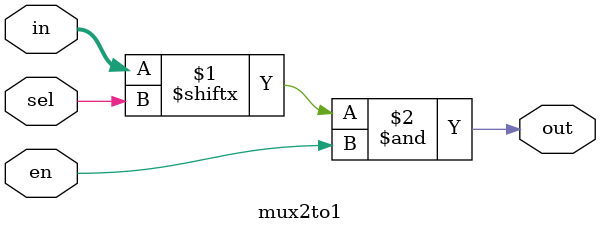
<source format=v>
module mux2to1(
	input [1:0] in,
	input en,
	input sel,
	output out
	);
	assign out = in[sel]&en; 
endmodule

</source>
